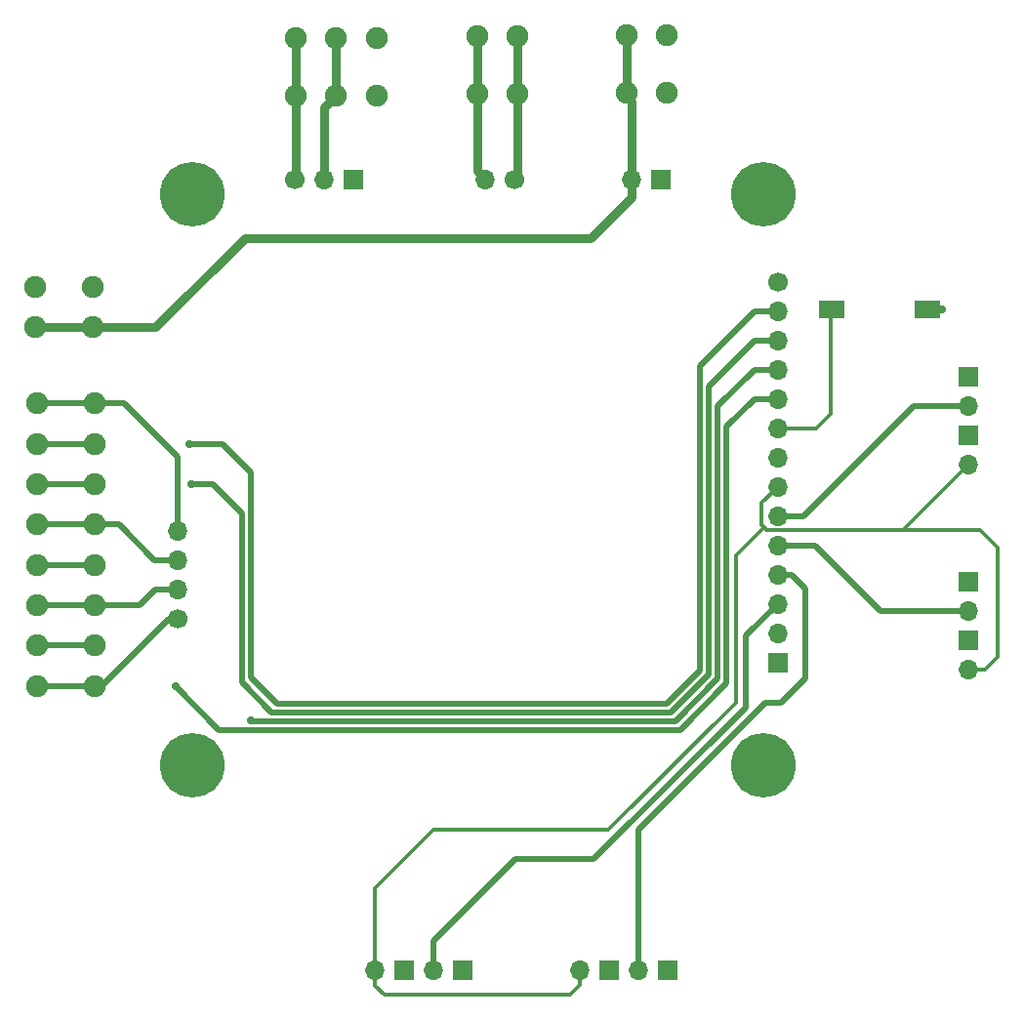
<source format=gtl>
G04 #@! TF.GenerationSoftware,KiCad,Pcbnew,8.0.6*
G04 #@! TF.CreationDate,2025-01-17T02:30:11-08:00*
G04 #@! TF.ProjectId,Constellation Saddle V1.0,436f6e73-7465-46c6-9c61-74696f6e2053,rev?*
G04 #@! TF.SameCoordinates,Original*
G04 #@! TF.FileFunction,Copper,L1,Top*
G04 #@! TF.FilePolarity,Positive*
%FSLAX46Y46*%
G04 Gerber Fmt 4.6, Leading zero omitted, Abs format (unit mm)*
G04 Created by KiCad (PCBNEW 8.0.6) date 2025-01-17 02:30:11*
%MOMM*%
%LPD*%
G01*
G04 APERTURE LIST*
G04 #@! TA.AperFunction,ComponentPad*
%ADD10C,5.600000*%
G04 #@! TD*
G04 #@! TA.AperFunction,ComponentPad*
%ADD11R,1.700000X1.700000*%
G04 #@! TD*
G04 #@! TA.AperFunction,ComponentPad*
%ADD12O,1.700000X1.700000*%
G04 #@! TD*
G04 #@! TA.AperFunction,SMDPad,CuDef*
%ADD13R,2.200000X1.500000*%
G04 #@! TD*
G04 #@! TA.AperFunction,ComponentPad*
%ADD14C,1.900000*%
G04 #@! TD*
G04 #@! TA.AperFunction,ComponentPad*
%ADD15C,1.700000*%
G04 #@! TD*
G04 #@! TA.AperFunction,ViaPad*
%ADD16C,0.700000*%
G04 #@! TD*
G04 #@! TA.AperFunction,Conductor*
%ADD17C,0.300000*%
G04 #@! TD*
G04 #@! TA.AperFunction,Conductor*
%ADD18C,0.500000*%
G04 #@! TD*
G04 #@! TA.AperFunction,Conductor*
%ADD19C,0.750000*%
G04 #@! TD*
G04 APERTURE END LIST*
D10*
X78740000Y-78740000D03*
D11*
X96520000Y-62865000D03*
D12*
X96520000Y-65405000D03*
D11*
X96520000Y-67945000D03*
D12*
X96520000Y-70485000D03*
D10*
X29210000Y-78740000D03*
D13*
X93000000Y-39225000D03*
X84700000Y-39225000D03*
D14*
X20600000Y-37277995D03*
X15600000Y-37277995D03*
X20600000Y-40777995D03*
X15600000Y-40777995D03*
X57425000Y-20550000D03*
X57425000Y-15550000D03*
X53925000Y-20550000D03*
X53925000Y-15550000D03*
X20777200Y-47381995D03*
X15777200Y-47381995D03*
X20777200Y-50881995D03*
X15777201Y-50881996D03*
X20777200Y-54381997D03*
X15777200Y-54381997D03*
X20777200Y-57881998D03*
X15777200Y-57881998D03*
X20777200Y-61381998D03*
X15777200Y-61381998D03*
X20777200Y-64881998D03*
X15777200Y-64881998D03*
X20777200Y-68381999D03*
X15777200Y-68381999D03*
X20777200Y-71882000D03*
X15777200Y-71882000D03*
X70358000Y-20443500D03*
X70358000Y-15443500D03*
X66858000Y-20443500D03*
X66858000Y-15443500D03*
X45175000Y-20700000D03*
X45175000Y-15700000D03*
X41675000Y-20700000D03*
X41675000Y-15700000D03*
X38174999Y-20700000D03*
X38174999Y-15700000D03*
D10*
X78740000Y-29210000D03*
D11*
X96520000Y-45085000D03*
D12*
X96520000Y-47625000D03*
D11*
X96520000Y-50164999D03*
D12*
X96520000Y-52705000D03*
D11*
X70485000Y-96520000D03*
D12*
X67945001Y-96520000D03*
D11*
X65404999Y-96520000D03*
D12*
X62865000Y-96520000D03*
D10*
X29210000Y-29210000D03*
D11*
X52705000Y-96520000D03*
D12*
X50165001Y-96520000D03*
D11*
X47624999Y-96520000D03*
D12*
X45085000Y-96520000D03*
D15*
X38100000Y-27940000D03*
D12*
X40640000Y-27940000D03*
D11*
X43179999Y-27940000D03*
D15*
X57150000Y-27940000D03*
D12*
X54610000Y-27940000D03*
D15*
X27940000Y-66040000D03*
D12*
X27940000Y-63500000D03*
X27940000Y-60960001D03*
X27940000Y-58420000D03*
D11*
X69850000Y-27940000D03*
D12*
X67310000Y-27940000D03*
D15*
X80010000Y-36830000D03*
D12*
X80010000Y-39370000D03*
X80010000Y-41910000D03*
X80010000Y-44450000D03*
X80010000Y-46990000D03*
X80010000Y-49530000D03*
X80010000Y-52070000D03*
X80010000Y-54610000D03*
X80010000Y-57150000D03*
X80010000Y-59690000D03*
X80010000Y-62230000D03*
X80010000Y-64770000D03*
X80010000Y-67310000D03*
D11*
X80010000Y-69850000D03*
D16*
X94270000Y-39225000D03*
X27740000Y-71940000D03*
X29133800Y-54381997D03*
X34290000Y-74892000D03*
X28930600Y-50881995D03*
D17*
X93000000Y-39225000D02*
X94270000Y-39225000D01*
X62000000Y-98700000D02*
X62865000Y-97835000D01*
X96520000Y-70485000D02*
X97990000Y-70485000D01*
X99075000Y-59925000D02*
X97500000Y-58350000D01*
X79020000Y-58350000D02*
X90875000Y-58350000D01*
X76352400Y-73355200D02*
X65307600Y-84400000D01*
X90875000Y-58350000D02*
X96520000Y-52705000D01*
X99075000Y-69400000D02*
X99075000Y-59925000D01*
X45900000Y-98700000D02*
X62000000Y-98700000D01*
X78600000Y-57930000D02*
X78810000Y-58140000D01*
X78600000Y-56020000D02*
X78600000Y-57930000D01*
X45085000Y-89415000D02*
X45085000Y-97885000D01*
X76352400Y-60597600D02*
X76352400Y-73355200D01*
X62865000Y-97835000D02*
X62865000Y-96520000D01*
X97990000Y-70485000D02*
X99075000Y-69400000D01*
X78810000Y-58140000D02*
X79020000Y-58350000D01*
X50100000Y-84400000D02*
X45085000Y-89415000D01*
X97500000Y-58350000D02*
X90875000Y-58350000D01*
X45085000Y-97885000D02*
X45900000Y-98700000D01*
X78810000Y-58140000D02*
X76352400Y-60597600D01*
X65307600Y-84400000D02*
X50100000Y-84400000D01*
X80010000Y-54610000D02*
X78600000Y-56020000D01*
D18*
X27178000Y-66040000D02*
X27940000Y-66040000D01*
X21336000Y-71882000D02*
X27178000Y-66040000D01*
X20600000Y-71882000D02*
X21336000Y-71882000D01*
X20600000Y-71882000D02*
X15600000Y-71882000D01*
X75565000Y-49403000D02*
X75565000Y-71704200D01*
X31492000Y-75692000D02*
X27740000Y-71940000D01*
X71577200Y-75692000D02*
X31492000Y-75692000D01*
X75565000Y-71704200D02*
X71577200Y-75692000D01*
X80010000Y-46990000D02*
X77978000Y-46990000D01*
X20600000Y-68381999D02*
X15600000Y-68381999D01*
X77978000Y-46990000D02*
X75565000Y-49403000D01*
X25908000Y-60960000D02*
X27939999Y-60960000D01*
X20600000Y-57881998D02*
X22829998Y-57881998D01*
X22829998Y-57881998D02*
X25908000Y-60960000D01*
X20600000Y-57881998D02*
X15600000Y-57881998D01*
X27939999Y-60960000D02*
X27940000Y-60960001D01*
X73990200Y-70916800D02*
X73990200Y-45897800D01*
X73990200Y-45897800D02*
X77978000Y-41910000D01*
X77978000Y-41910000D02*
X80010000Y-41910000D01*
X20600000Y-54381997D02*
X15600000Y-54381997D01*
X33528000Y-56896000D02*
X33528000Y-71602600D01*
X29133800Y-54381997D02*
X31013997Y-54381997D01*
X33528000Y-71602600D02*
X36093400Y-74168000D01*
X31013997Y-54381997D02*
X33528000Y-56896000D01*
X36093400Y-74168000D02*
X70739000Y-74168000D01*
X70739000Y-74168000D02*
X73990200Y-70916800D01*
X71120000Y-74930000D02*
X74777600Y-71272400D01*
X15600000Y-61381998D02*
X20600000Y-61381998D01*
X77978000Y-44450000D02*
X80010000Y-44450000D01*
X74777600Y-71272400D02*
X74777600Y-47650400D01*
X74777600Y-47650400D02*
X77978000Y-44450000D01*
X34290000Y-74892000D02*
X34328000Y-74930000D01*
X34328000Y-74930000D02*
X71120000Y-74930000D01*
X27920000Y-58400000D02*
X27940000Y-58420000D01*
X20600000Y-47381995D02*
X23251995Y-47381995D01*
X23251995Y-47381995D02*
X27920000Y-52050000D01*
X27920000Y-52050000D02*
X27920000Y-58400000D01*
X20600000Y-47381995D02*
X15600000Y-47381995D01*
X20600000Y-64881998D02*
X24653002Y-64881998D01*
X20600000Y-64881998D02*
X15600000Y-64881998D01*
X24653002Y-64881998D02*
X26035000Y-63500000D01*
X26035000Y-63500000D02*
X27940000Y-63500000D01*
X77978000Y-39370000D02*
X80010000Y-39370000D01*
X34290000Y-53340000D02*
X34290000Y-71145400D01*
X31831995Y-50881995D02*
X34290000Y-53340000D01*
X20599999Y-50881996D02*
X20600000Y-50881995D01*
X70358000Y-73406000D02*
X73202800Y-70561200D01*
X28930600Y-50881995D02*
X31831995Y-50881995D01*
X73202800Y-70561200D02*
X73202800Y-44145200D01*
X73202800Y-44145200D02*
X77978000Y-39370000D01*
X15600001Y-50881996D02*
X20599999Y-50881996D01*
X36550600Y-73406000D02*
X70358000Y-73406000D01*
X34290000Y-71145400D02*
X36550600Y-73406000D01*
D19*
X67310000Y-21224000D02*
X67310000Y-27940000D01*
X66858000Y-20443500D02*
X66858000Y-20772000D01*
X63754000Y-33020000D02*
X67310000Y-29464000D01*
X66858000Y-15443500D02*
X66858000Y-20443500D01*
X67310000Y-29464000D02*
X67310000Y-27940000D01*
X26024005Y-40777995D02*
X33782000Y-33020000D01*
X66858000Y-20772000D02*
X67310000Y-21224000D01*
X20600000Y-40777995D02*
X26024005Y-40777995D01*
X33782000Y-33020000D02*
X63754000Y-33020000D01*
X15600000Y-40777995D02*
X20600000Y-40777995D01*
D17*
X80010000Y-49530000D02*
X83312000Y-49530000D01*
X84582000Y-48260000D02*
X84582000Y-39343000D01*
X83312000Y-49530000D02*
X84582000Y-48260000D01*
X84582000Y-39343000D02*
X84700000Y-39225000D01*
D19*
X57425000Y-27665000D02*
X57150000Y-27940000D01*
X57425000Y-15550000D02*
X57425000Y-20550000D01*
X57425000Y-15550000D02*
X57425000Y-27665000D01*
X53925000Y-27255000D02*
X54610000Y-27940000D01*
X53925000Y-20550000D02*
X53925000Y-27255000D01*
X53925000Y-15550000D02*
X53925000Y-20550000D01*
D18*
X91775000Y-47625000D02*
X96520000Y-47625000D01*
X80010000Y-57150000D02*
X82250000Y-57150000D01*
X82250000Y-57150000D02*
X91775000Y-47625000D01*
X80275000Y-73375000D02*
X78923400Y-73375000D01*
X80010000Y-62230000D02*
X81180000Y-62230000D01*
X82375000Y-71275000D02*
X80275000Y-73375000D01*
X82375000Y-63425000D02*
X82375000Y-71275000D01*
X81180000Y-62230000D02*
X82375000Y-63425000D01*
X67945001Y-84353399D02*
X67945001Y-96520000D01*
X78923400Y-73375000D02*
X67945001Y-84353399D01*
X83190000Y-59690000D02*
X88905000Y-65405000D01*
X80010000Y-59690000D02*
X83190000Y-59690000D01*
X88905000Y-65405000D02*
X96520000Y-65405000D01*
X50165001Y-93980000D02*
X57220001Y-86925000D01*
X57220001Y-86925000D02*
X64052600Y-86925000D01*
X50165001Y-96520000D02*
X50165001Y-93980000D01*
X77225000Y-73752600D02*
X77225000Y-67555000D01*
X77225000Y-67555000D02*
X80010000Y-64770000D01*
X64052600Y-86925000D02*
X77225000Y-73752600D01*
D19*
X38174999Y-20700000D02*
X38174999Y-27865001D01*
X38174999Y-15700000D02*
X38174999Y-20700000D01*
X38174999Y-27865001D02*
X38100000Y-27940000D01*
X40640000Y-21735000D02*
X41675000Y-20700000D01*
X41675000Y-15700000D02*
X41675000Y-20700000D01*
X40640000Y-27940000D02*
X40640000Y-21735000D01*
M02*

</source>
